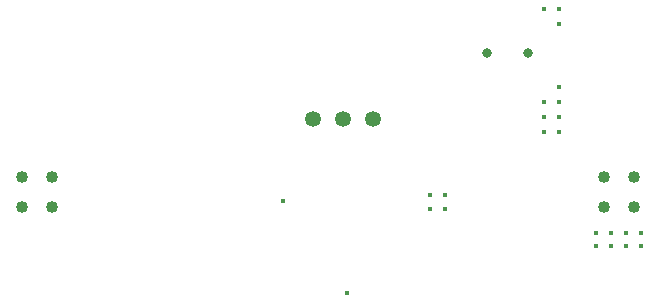
<source format=gbr>
%TF.GenerationSoftware,Altium Limited,Altium Designer,22.11.1 (43)*%
G04 Layer_Color=0*
%FSLAX45Y45*%
%MOMM*%
%TF.SameCoordinates,43E0CF4A-0526-4127-82AF-783748DA5692*%
%TF.FilePolarity,Positive*%
%TF.FileFunction,Plated,1,2,PTH,Drill*%
%TF.Part,Single*%
G01*
G75*
%TA.AperFunction,ComponentDrill*%
%ADD60C,1.02000*%
%ADD61C,0.80000*%
%ADD62C,1.35000*%
%TA.AperFunction,ViaDrill,NotFilled*%
%ADD63C,0.38100*%
D60*
X11353800Y9423400D02*
D03*
Y9169400D02*
D03*
X11607800Y9423400D02*
D03*
Y9169400D02*
D03*
X6680200D02*
D03*
Y9423400D02*
D03*
X6426200Y9169400D02*
D03*
Y9423400D02*
D03*
D61*
X10716000Y10477500D02*
D03*
X10366000D02*
D03*
D62*
X9398000Y9913700D02*
D03*
X9144000D02*
D03*
X8890000D02*
D03*
D63*
X9880600Y9156700D02*
D03*
X10007600D02*
D03*
X9880600Y9271000D02*
D03*
X10007600D02*
D03*
X10972800Y10185400D02*
D03*
X11417300Y8839200D02*
D03*
X11544300D02*
D03*
X11671300D02*
D03*
Y8953500D02*
D03*
X11544300D02*
D03*
X11417300D02*
D03*
X11290300Y8839200D02*
D03*
Y8953500D02*
D03*
X8636000Y9220200D02*
D03*
X10845800Y10845800D02*
D03*
X10972800Y10718800D02*
D03*
Y10845800D02*
D03*
X10845800Y10058400D02*
D03*
X10972800D02*
D03*
Y9931400D02*
D03*
X10845800D02*
D03*
Y9804400D02*
D03*
X10972800D02*
D03*
X9183500Y8445500D02*
D03*
%TF.MD5,b6814e0d2fd512cd8b58d6a77970dce6*%
M02*

</source>
